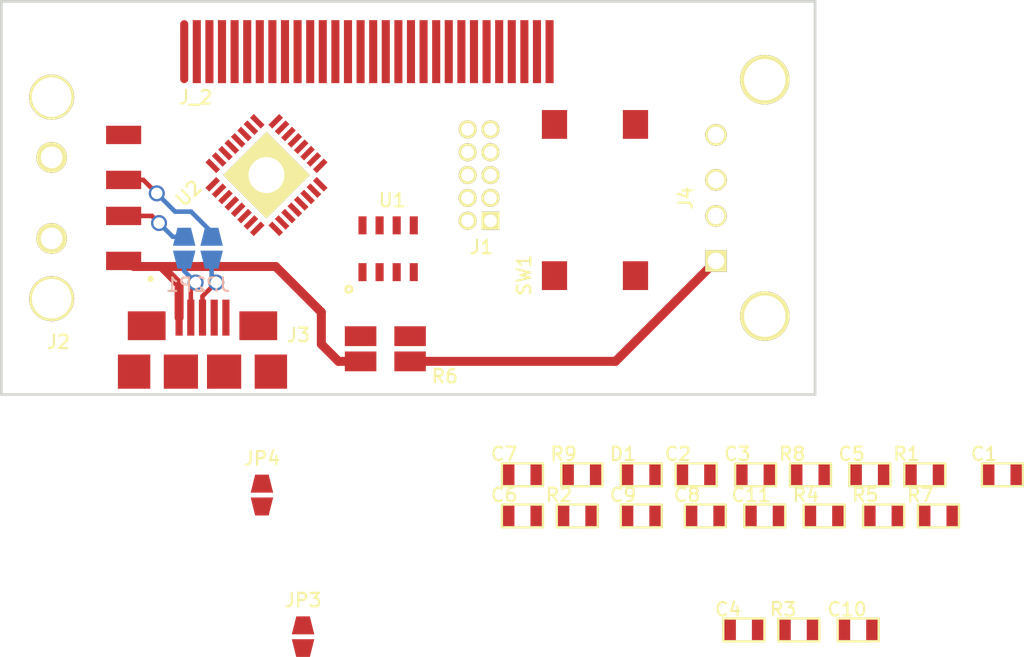
<source format=kicad_pcb>
(kicad_pcb (version 3) (host pcbnew "(2013-07-07 BZR 4022)-stable")

  (general
    (links 109)
    (no_connects 102)
    (area 72.060999 21.006999 117.423001 43.001001)
    (thickness 1.6)
    (drawings 4)
    (tracks 33)
    (zones 0)
    (modules 33)
    (nets 37)
  )

  (page A3)
  (layers
    (15 F.Cu signal)
    (0 B.Cu signal)
    (16 B.Adhes user)
    (17 F.Adhes user)
    (18 B.Paste user)
    (19 F.Paste user)
    (20 B.SilkS user)
    (21 F.SilkS user)
    (22 B.Mask user)
    (23 F.Mask user)
    (24 Dwgs.User user)
    (25 Cmts.User user)
    (26 Eco1.User user)
    (27 Eco2.User user)
    (28 Edge.Cuts user)
  )

  (setup
    (last_trace_width 0.254)
    (user_trace_width 0.5)
    (trace_clearance 0.1524)
    (zone_clearance 0.2)
    (zone_45_only no)
    (trace_min 0.1524)
    (segment_width 0.2)
    (edge_width 0.15)
    (via_size 0.889)
    (via_drill 0.635)
    (via_min_size 0.508)
    (via_min_drill 0.33)
    (user_via 0.508 0.33)
    (uvia_size 0.508)
    (uvia_drill 0.127)
    (uvias_allowed no)
    (uvia_min_size 0.508)
    (uvia_min_drill 0.127)
    (pcb_text_width 0.3)
    (pcb_text_size 1.5 1.5)
    (mod_edge_width 0.15)
    (mod_text_size 1.5 1.5)
    (mod_text_width 0.15)
    (pad_size 1.75 1.1)
    (pad_drill 0)
    (pad_to_mask_clearance 0.2)
    (aux_axis_origin 0 0)
    (visible_elements 7FFFFFBF)
    (pcbplotparams
      (layerselection 284196865)
      (usegerberextensions true)
      (excludeedgelayer true)
      (linewidth 0.150000)
      (plotframeref false)
      (viasonmask false)
      (mode 1)
      (useauxorigin false)
      (hpglpennumber 1)
      (hpglpenspeed 20)
      (hpglpendiameter 15)
      (hpglpenoverlay 2)
      (psnegative false)
      (psa4output false)
      (plotreference true)
      (plotvalue true)
      (plotothertext true)
      (plotinvisibletext false)
      (padsonsilk false)
      (subtractmaskfromsilk false)
      (outputformat 1)
      (mirror false)
      (drillshape 0)
      (scaleselection 1)
      (outputdirectory gerbers/))
  )

  (net 0 "")
  (net 1 +3.3)
  (net 2 +3.3v)
  (net 3 ADC_OUT)
  (net 4 D0/SPI_SCLK/I2C_SCK)
  (net 5 D1/SPI_SDIN/I2C_SDA)
  (net 6 DC/I2X_SA0)
  (net 7 GND)
  (net 8 MON_USB_DM)
  (net 9 MON_USB_DP)
  (net 10 N-0000010)
  (net 11 N-0000011)
  (net 12 N-0000012)
  (net 13 N-0000013)
  (net 14 N-0000014)
  (net 15 N-0000021)
  (net 16 N-0000030)
  (net 17 N-0000038)
  (net 18 N-0000042)
  (net 19 N-0000043)
  (net 20 N-0000046)
  (net 21 N-0000047)
  (net 22 N-0000048)
  (net 23 N-0000049)
  (net 24 N-0000050)
  (net 25 N-000006)
  (net 26 N-000007)
  (net 27 NRESET)
  (net 28 SWCLK)
  (net 29 SWDIO)
  (net 30 TRGT_USB_DM)
  (net 31 TRGT_USB_DP)
  (net 32 USB_DM)
  (net 33 USB_DP)
  (net 34 USB_VBUS)
  (net 35 ~CS)
  (net 36 ~RST)

  (net_class Default "This is the default net class."
    (clearance 0.1524)
    (trace_width 0.254)
    (via_dia 0.889)
    (via_drill 0.635)
    (uvia_dia 0.508)
    (uvia_drill 0.127)
    (add_net "")
    (add_net +3.3)
    (add_net +3.3v)
    (add_net ADC_OUT)
    (add_net D0/SPI_SCLK/I2C_SCK)
    (add_net D1/SPI_SDIN/I2C_SDA)
    (add_net DC/I2X_SA0)
    (add_net GND)
    (add_net MON_USB_DM)
    (add_net MON_USB_DP)
    (add_net N-0000010)
    (add_net N-0000011)
    (add_net N-0000012)
    (add_net N-0000013)
    (add_net N-0000014)
    (add_net N-0000021)
    (add_net N-0000030)
    (add_net N-0000038)
    (add_net N-0000042)
    (add_net N-0000043)
    (add_net N-0000046)
    (add_net N-0000047)
    (add_net N-0000048)
    (add_net N-0000049)
    (add_net N-0000050)
    (add_net N-000006)
    (add_net N-000007)
    (add_net NRESET)
    (add_net SWCLK)
    (add_net SWDIO)
    (add_net TRGT_USB_DM)
    (add_net TRGT_USB_DP)
    (add_net USB_DM)
    (add_net USB_DP)
    (add_net USB_VBUS)
    (add_net ~CS)
    (add_net ~RST)
  )

  (net_class small ""
    (clearance 0.1524)
    (trace_width 0.1524)
    (via_dia 0.508)
    (via_drill 0.33)
    (uvia_dia 0.508)
    (uvia_drill 0.127)
  )

  (module sot23-8 (layer F.Cu) (tedit 52F5A1BB) (tstamp 52AFBA6F)
    (at 92.202 33.528)
    (path /52AFAB94)
    (fp_text reference U1 (at 1.651 -1.397) (layer F.SilkS)
      (effects (font (size 0.75 0.75) (thickness 0.12)))
    )
    (fp_text value AD8293G80 (at 1.778 4.191) (layer F.SilkS) hide
      (effects (font (size 0.75 0.75) (thickness 0.15)))
    )
    (fp_circle (center -0.762 3.556) (end -0.635 3.429) (layer F.SilkS) (width 0.15))
    (pad 1 smd rect (at 0 2.6) (size 0.45 1)
      (layers F.Cu F.Paste F.Mask)
      (net 34 USB_VBUS)
    )
    (pad 2 smd rect (at 0.95 2.6) (size 0.45 1)
      (layers F.Cu F.Paste F.Mask)
      (net 7 GND)
    )
    (pad 3 smd rect (at 1.9 2.6) (size 0.45 1)
      (layers F.Cu F.Paste F.Mask)
      (net 12 N-0000012)
    )
    (pad 4 smd rect (at 2.85 2.6) (size 0.45 1)
      (layers F.Cu F.Paste F.Mask)
      (net 3 ADC_OUT)
    )
    (pad 5 smd rect (at 2.85 0) (size 0.45 1)
      (layers F.Cu F.Paste F.Mask)
      (net 10 N-0000010)
    )
    (pad 6 smd rect (at 1.9 0) (size 0.45 1)
      (layers F.Cu F.Paste F.Mask)
      (net 11 N-0000011)
    )
    (pad 7 smd rect (at 0.95 0) (size 0.45 1)
      (layers F.Cu F.Paste F.Mask)
      (net 2 +3.3v)
    )
    (pad 8 smd rect (at 0 0) (size 0.45 1)
      (layers F.Cu F.Paste F.Mask)
      (net 17 N-0000038)
    )
  )

  (module SM0603 (layer F.Cu) (tedit 52F5A334) (tstamp 52AFBA79)
    (at 116.442 56.006)
    (path /52AFAE3C)
    (attr smd)
    (fp_text reference R3 (at -0.872 -1.142) (layer F.SilkS)
      (effects (font (size 0.75 0.75) (thickness 0.12)))
    )
    (fp_text value 8K (at 0 0) (layer F.SilkS) hide
      (effects (font (size 0.508 0.4572) (thickness 0.1143)))
    )
    (fp_line (start -1.143 -0.635) (end 1.143 -0.635) (layer F.SilkS) (width 0.127))
    (fp_line (start 1.143 -0.635) (end 1.143 0.635) (layer F.SilkS) (width 0.127))
    (fp_line (start 1.143 0.635) (end -1.143 0.635) (layer F.SilkS) (width 0.127))
    (fp_line (start -1.143 0.635) (end -1.143 -0.635) (layer F.SilkS) (width 0.127))
    (pad 1 smd rect (at -0.762 0) (size 0.635 1.143)
      (layers F.Cu F.Paste F.Mask)
      (net 12 N-0000012)
    )
    (pad 2 smd rect (at 0.762 0) (size 0.635 1.143)
      (layers F.Cu F.Paste F.Mask)
      (net 7 GND)
    )
    (model smd\resistors\R0603.wrl
      (at (xyz 0 0 0.001))
      (scale (xyz 0.5 0.5 0.5))
      (rotate (xyz 0 0 0))
    )
  )

  (module SM0603 (layer F.Cu) (tedit 52F5A341) (tstamp 52AFBA83)
    (at 119.744 56.006)
    (path /52B0021F)
    (attr smd)
    (fp_text reference C10 (at -0.618 -1.142) (layer F.SilkS)
      (effects (font (size 0.75 0.75) (thickness 0.12)))
    )
    (fp_text value 0.1uF (at 0 0) (layer F.SilkS) hide
      (effects (font (size 0.508 0.4572) (thickness 0.1143)))
    )
    (fp_line (start -1.143 -0.635) (end 1.143 -0.635) (layer F.SilkS) (width 0.127))
    (fp_line (start 1.143 -0.635) (end 1.143 0.635) (layer F.SilkS) (width 0.127))
    (fp_line (start 1.143 0.635) (end -1.143 0.635) (layer F.SilkS) (width 0.127))
    (fp_line (start -1.143 0.635) (end -1.143 -0.635) (layer F.SilkS) (width 0.127))
    (pad 1 smd rect (at -0.762 0) (size 0.635 1.143)
      (layers F.Cu F.Paste F.Mask)
      (net 34 USB_VBUS)
    )
    (pad 2 smd rect (at 0.762 0) (size 0.635 1.143)
      (layers F.Cu F.Paste F.Mask)
      (net 7 GND)
    )
    (model smd\resistors\R0603.wrl
      (at (xyz 0 0 0.001))
      (scale (xyz 0.5 0.5 0.5))
      (rotate (xyz 0 0 0))
    )
  )

  (module SM0603 (layer F.Cu) (tedit 52F5A242) (tstamp 52AFBA8D)
    (at 101.09 47.388)
    (path /52AFF3F2)
    (attr smd)
    (fp_text reference C7 (at -1.014 -1.16) (layer F.SilkS)
      (effects (font (size 0.75 0.75) (thickness 0.12)))
    )
    (fp_text value 2.2uF (at 0 0) (layer F.SilkS) hide
      (effects (font (size 0.508 0.4572) (thickness 0.1143)))
    )
    (fp_line (start -1.143 -0.635) (end 1.143 -0.635) (layer F.SilkS) (width 0.127))
    (fp_line (start 1.143 -0.635) (end 1.143 0.635) (layer F.SilkS) (width 0.127))
    (fp_line (start 1.143 0.635) (end -1.143 0.635) (layer F.SilkS) (width 0.127))
    (fp_line (start -1.143 0.635) (end -1.143 -0.635) (layer F.SilkS) (width 0.127))
    (pad 1 smd rect (at -0.762 0) (size 0.635 1.143)
      (layers F.Cu F.Paste F.Mask)
      (net 2 +3.3v)
    )
    (pad 2 smd rect (at 0.762 0) (size 0.635 1.143)
      (layers F.Cu F.Paste F.Mask)
      (net 7 GND)
    )
    (model smd\resistors\R0603.wrl
      (at (xyz 0 0 0.001))
      (scale (xyz 0.5 0.5 0.5))
      (rotate (xyz 0 0 0))
    )
  )

  (module SM0603 (layer F.Cu) (tedit 52F5A255) (tstamp 52AFBA97)
    (at 104.392 47.388)
    (path /52AFF3C5)
    (attr smd)
    (fp_text reference R9 (at -1.014 -1.16) (layer F.SilkS)
      (effects (font (size 0.75 0.75) (thickness 0.12)))
    )
    (fp_text value 330R (at 0 0) (layer F.SilkS) hide
      (effects (font (size 0.508 0.4572) (thickness 0.1143)))
    )
    (fp_line (start -1.143 -0.635) (end 1.143 -0.635) (layer F.SilkS) (width 0.127))
    (fp_line (start 1.143 -0.635) (end 1.143 0.635) (layer F.SilkS) (width 0.127))
    (fp_line (start 1.143 0.635) (end -1.143 0.635) (layer F.SilkS) (width 0.127))
    (fp_line (start -1.143 0.635) (end -1.143 -0.635) (layer F.SilkS) (width 0.127))
    (pad 1 smd rect (at -0.762 0) (size 0.635 1.143)
      (layers F.Cu F.Paste F.Mask)
      (net 14 N-0000014)
    )
    (pad 2 smd rect (at 0.762 0) (size 0.635 1.143)
      (layers F.Cu F.Paste F.Mask)
      (net 7 GND)
    )
    (model smd\resistors\R0603.wrl
      (at (xyz 0 0 0.001))
      (scale (xyz 0.5 0.5 0.5))
      (rotate (xyz 0 0 0))
    )
  )

  (module SM0603 (layer F.Cu) (tedit 52F5A26A) (tstamp 52AFBAA1)
    (at 107.694 47.388)
    (path /52AFF3AE)
    (attr smd)
    (fp_text reference D1 (at -1.014 -1.16) (layer F.SilkS)
      (effects (font (size 0.75 0.75) (thickness 0.12)))
    )
    (fp_text value LED (at 0 0) (layer F.SilkS) hide
      (effects (font (size 0.508 0.4572) (thickness 0.1143)))
    )
    (fp_line (start -1.143 -0.635) (end 1.143 -0.635) (layer F.SilkS) (width 0.127))
    (fp_line (start 1.143 -0.635) (end 1.143 0.635) (layer F.SilkS) (width 0.127))
    (fp_line (start 1.143 0.635) (end -1.143 0.635) (layer F.SilkS) (width 0.127))
    (fp_line (start -1.143 0.635) (end -1.143 -0.635) (layer F.SilkS) (width 0.127))
    (pad 1 smd rect (at -0.762 0) (size 0.635 1.143)
      (layers F.Cu F.Paste F.Mask)
      (net 13 N-0000013)
    )
    (pad 2 smd rect (at 0.762 0) (size 0.635 1.143)
      (layers F.Cu F.Paste F.Mask)
      (net 14 N-0000014)
    )
    (model smd\resistors\R0603.wrl
      (at (xyz 0 0 0.001))
      (scale (xyz 0.5 0.5 0.5))
      (rotate (xyz 0 0 0))
    )
  )

  (module SM0603 (layer F.Cu) (tedit 52F5A2DE) (tstamp 52AFBAAB)
    (at 117.092 47.388)
    (path /52AFE720)
    (attr smd)
    (fp_text reference R8 (at -1.014 -1.16) (layer F.SilkS)
      (effects (font (size 0.75 0.75) (thickness 0.12)))
    )
    (fp_text value 10K (at 0 0) (layer F.SilkS) hide
      (effects (font (size 0.508 0.4572) (thickness 0.1143)))
    )
    (fp_line (start -1.143 -0.635) (end 1.143 -0.635) (layer F.SilkS) (width 0.127))
    (fp_line (start 1.143 -0.635) (end 1.143 0.635) (layer F.SilkS) (width 0.127))
    (fp_line (start 1.143 0.635) (end -1.143 0.635) (layer F.SilkS) (width 0.127))
    (fp_line (start -1.143 0.635) (end -1.143 -0.635) (layer F.SilkS) (width 0.127))
    (pad 1 smd rect (at -0.762 0) (size 0.635 1.143)
      (layers F.Cu F.Paste F.Mask)
      (net 7 GND)
    )
    (pad 2 smd rect (at 0.762 0) (size 0.635 1.143)
      (layers F.Cu F.Paste F.Mask)
      (net 16 N-0000030)
    )
    (model smd\resistors\R0603.wrl
      (at (xyz 0 0 0.001))
      (scale (xyz 0.5 0.5 0.5))
      (rotate (xyz 0 0 0))
    )
  )

  (module SM0603 (layer F.Cu) (tedit 52F5A301) (tstamp 52AFBAB5)
    (at 124.204 49.674)
    (path /52AFE705)
    (attr smd)
    (fp_text reference R7 (at -1.014 -1.16) (layer F.SilkS)
      (effects (font (size 0.75 0.75) (thickness 0.12)))
    )
    (fp_text value 10K (at 0 0) (layer F.SilkS) hide
      (effects (font (size 0.508 0.4572) (thickness 0.1143)))
    )
    (fp_line (start -1.143 -0.635) (end 1.143 -0.635) (layer F.SilkS) (width 0.127))
    (fp_line (start 1.143 -0.635) (end 1.143 0.635) (layer F.SilkS) (width 0.127))
    (fp_line (start 1.143 0.635) (end -1.143 0.635) (layer F.SilkS) (width 0.127))
    (fp_line (start -1.143 0.635) (end -1.143 -0.635) (layer F.SilkS) (width 0.127))
    (pad 1 smd rect (at -0.762 0) (size 0.635 1.143)
      (layers F.Cu F.Paste F.Mask)
      (net 34 USB_VBUS)
    )
    (pad 2 smd rect (at 0.762 0) (size 0.635 1.143)
      (layers F.Cu F.Paste F.Mask)
      (net 16 N-0000030)
    )
    (model smd\resistors\R0603.wrl
      (at (xyz 0 0 0.001))
      (scale (xyz 0.5 0.5 0.5))
      (rotate (xyz 0 0 0))
    )
  )

  (module SM0603 (layer F.Cu) (tedit 52F5A31B) (tstamp 52AFBABF)
    (at 121.156 49.674)
    (path /52AFD024)
    (attr smd)
    (fp_text reference R5 (at -1.014 -1.16) (layer F.SilkS)
      (effects (font (size 0.75 0.75) (thickness 0.12)))
    )
    (fp_text value 33R (at 0 0) (layer F.SilkS) hide
      (effects (font (size 0.508 0.4572) (thickness 0.1143)))
    )
    (fp_line (start -1.143 -0.635) (end 1.143 -0.635) (layer F.SilkS) (width 0.127))
    (fp_line (start 1.143 -0.635) (end 1.143 0.635) (layer F.SilkS) (width 0.127))
    (fp_line (start 1.143 0.635) (end -1.143 0.635) (layer F.SilkS) (width 0.127))
    (fp_line (start -1.143 0.635) (end -1.143 -0.635) (layer F.SilkS) (width 0.127))
    (pad 1 smd rect (at -0.762 0) (size 0.635 1.143)
      (layers F.Cu F.Paste F.Mask)
      (net 8 MON_USB_DM)
    )
    (pad 2 smd rect (at 0.762 0) (size 0.635 1.143)
      (layers F.Cu F.Paste F.Mask)
      (net 26 N-000007)
    )
    (model smd\resistors\R0603.wrl
      (at (xyz 0 0 0.001))
      (scale (xyz 0.5 0.5 0.5))
      (rotate (xyz 0 0 0))
    )
  )

  (module SM0603 (layer F.Cu) (tedit 52F5A2E6) (tstamp 52AFBAC9)
    (at 117.854 49.674)
    (path /52AFD017)
    (attr smd)
    (fp_text reference R4 (at -1.014 -1.16) (layer F.SilkS)
      (effects (font (size 0.75 0.75) (thickness 0.12)))
    )
    (fp_text value 33R (at 0 0) (layer F.SilkS) hide
      (effects (font (size 0.508 0.4572) (thickness 0.1143)))
    )
    (fp_line (start -1.143 -0.635) (end 1.143 -0.635) (layer F.SilkS) (width 0.127))
    (fp_line (start 1.143 -0.635) (end 1.143 0.635) (layer F.SilkS) (width 0.127))
    (fp_line (start 1.143 0.635) (end -1.143 0.635) (layer F.SilkS) (width 0.127))
    (fp_line (start -1.143 0.635) (end -1.143 -0.635) (layer F.SilkS) (width 0.127))
    (pad 1 smd rect (at -0.762 0) (size 0.635 1.143)
      (layers F.Cu F.Paste F.Mask)
      (net 9 MON_USB_DP)
    )
    (pad 2 smd rect (at 0.762 0) (size 0.635 1.143)
      (layers F.Cu F.Paste F.Mask)
      (net 25 N-000006)
    )
    (model smd\resistors\R0603.wrl
      (at (xyz 0 0 0.001))
      (scale (xyz 0.5 0.5 0.5))
      (rotate (xyz 0 0 0))
    )
  )

  (module SM0603 (layer F.Cu) (tedit 52F5A2D6) (tstamp 52AFBAD3)
    (at 114.552 49.674)
    (path /52AFC29E)
    (attr smd)
    (fp_text reference C11 (at -0.76 -1.16) (layer F.SilkS)
      (effects (font (size 0.75 0.75) (thickness 0.12)))
    )
    (fp_text value 0.1uF (at 0 0) (layer F.SilkS) hide
      (effects (font (size 0.508 0.4572) (thickness 0.1143)))
    )
    (fp_line (start -1.143 -0.635) (end 1.143 -0.635) (layer F.SilkS) (width 0.127))
    (fp_line (start 1.143 -0.635) (end 1.143 0.635) (layer F.SilkS) (width 0.127))
    (fp_line (start 1.143 0.635) (end -1.143 0.635) (layer F.SilkS) (width 0.127))
    (fp_line (start -1.143 0.635) (end -1.143 -0.635) (layer F.SilkS) (width 0.127))
    (pad 1 smd rect (at -0.762 0) (size 0.635 1.143)
      (layers F.Cu F.Paste F.Mask)
      (net 27 NRESET)
    )
    (pad 2 smd rect (at 0.762 0) (size 0.635 1.143)
      (layers F.Cu F.Paste F.Mask)
      (net 7 GND)
    )
    (model smd\resistors\R0603.wrl
      (at (xyz 0 0 0.001))
      (scale (xyz 0.5 0.5 0.5))
      (rotate (xyz 0 0 0))
    )
  )

  (module SM0603 (layer F.Cu) (tedit 52F5A282) (tstamp 52AFBADD)
    (at 111.25 49.674)
    (path /52AFB50D)
    (attr smd)
    (fp_text reference C8 (at -1.014 -1.16) (layer F.SilkS)
      (effects (font (size 0.75 0.75) (thickness 0.12)))
    )
    (fp_text value 39nF (at 0 0) (layer F.SilkS) hide
      (effects (font (size 0.508 0.4572) (thickness 0.1143)))
    )
    (fp_line (start -1.143 -0.635) (end 1.143 -0.635) (layer F.SilkS) (width 0.127))
    (fp_line (start 1.143 -0.635) (end 1.143 0.635) (layer F.SilkS) (width 0.127))
    (fp_line (start 1.143 0.635) (end -1.143 0.635) (layer F.SilkS) (width 0.127))
    (fp_line (start -1.143 0.635) (end -1.143 -0.635) (layer F.SilkS) (width 0.127))
    (pad 1 smd rect (at -0.762 0) (size 0.635 1.143)
      (layers F.Cu F.Paste F.Mask)
      (net 7 GND)
    )
    (pad 2 smd rect (at 0.762 0) (size 0.635 1.143)
      (layers F.Cu F.Paste F.Mask)
      (net 3 ADC_OUT)
    )
    (model smd\resistors\R0603.wrl
      (at (xyz 0 0 0.001))
      (scale (xyz 0.5 0.5 0.5))
      (rotate (xyz 0 0 0))
    )
  )

  (module SM0603 (layer F.Cu) (tedit 52F5A272) (tstamp 52AFBAE7)
    (at 107.694 49.674)
    (path /52AFB287)
    (attr smd)
    (fp_text reference C9 (at -1.014 -1.16) (layer F.SilkS)
      (effects (font (size 0.75 0.75) (thickness 0.12)))
    )
    (fp_text value 1300pF (at 0 0) (layer F.SilkS) hide
      (effects (font (size 0.508 0.4572) (thickness 0.1143)))
    )
    (fp_line (start -1.143 -0.635) (end 1.143 -0.635) (layer F.SilkS) (width 0.127))
    (fp_line (start 1.143 -0.635) (end 1.143 0.635) (layer F.SilkS) (width 0.127))
    (fp_line (start 1.143 0.635) (end -1.143 0.635) (layer F.SilkS) (width 0.127))
    (fp_line (start -1.143 0.635) (end -1.143 -0.635) (layer F.SilkS) (width 0.127))
    (pad 1 smd rect (at -0.762 0) (size 0.635 1.143)
      (layers F.Cu F.Paste F.Mask)
      (net 11 N-0000011)
    )
    (pad 2 smd rect (at 0.762 0) (size 0.635 1.143)
      (layers F.Cu F.Paste F.Mask)
      (net 10 N-0000010)
    )
    (model smd\resistors\R0603.wrl
      (at (xyz 0 0 0.001))
      (scale (xyz 0.5 0.5 0.5))
      (rotate (xyz 0 0 0))
    )
  )

  (module SM0603 (layer F.Cu) (tedit 52F5A25E) (tstamp 52AFBAF1)
    (at 104.138 49.674)
    (path /52AFAE27)
    (attr smd)
    (fp_text reference R2 (at -1.014 -1.16) (layer F.SilkS)
      (effects (font (size 0.75 0.75) (thickness 0.12)))
    )
    (fp_text value 25K (at 0 0) (layer F.SilkS) hide
      (effects (font (size 0.508 0.4572) (thickness 0.1143)))
    )
    (fp_line (start -1.143 -0.635) (end 1.143 -0.635) (layer F.SilkS) (width 0.127))
    (fp_line (start 1.143 -0.635) (end 1.143 0.635) (layer F.SilkS) (width 0.127))
    (fp_line (start 1.143 0.635) (end -1.143 0.635) (layer F.SilkS) (width 0.127))
    (fp_line (start -1.143 0.635) (end -1.143 -0.635) (layer F.SilkS) (width 0.127))
    (pad 1 smd rect (at -0.762 0) (size 0.635 1.143)
      (layers F.Cu F.Paste F.Mask)
      (net 12 N-0000012)
    )
    (pad 2 smd rect (at 0.762 0) (size 0.635 1.143)
      (layers F.Cu F.Paste F.Mask)
      (net 2 +3.3v)
    )
    (model smd\resistors\R0603.wrl
      (at (xyz 0 0 0.001))
      (scale (xyz 0.5 0.5 0.5))
      (rotate (xyz 0 0 0))
    )
  )

  (module SM0603 (layer F.Cu) (tedit 52F5A24D) (tstamp 52AFBAFB)
    (at 101.09 49.674)
    (path /527EE7C9)
    (attr smd)
    (fp_text reference C6 (at -1.014 -1.16) (layer F.SilkS)
      (effects (font (size 0.75 0.75) (thickness 0.12)))
    )
    (fp_text value 10uF (at 0 0) (layer F.SilkS) hide
      (effects (font (size 0.508 0.4572) (thickness 0.1143)))
    )
    (fp_line (start -1.143 -0.635) (end 1.143 -0.635) (layer F.SilkS) (width 0.127))
    (fp_line (start 1.143 -0.635) (end 1.143 0.635) (layer F.SilkS) (width 0.127))
    (fp_line (start 1.143 0.635) (end -1.143 0.635) (layer F.SilkS) (width 0.127))
    (fp_line (start -1.143 0.635) (end -1.143 -0.635) (layer F.SilkS) (width 0.127))
    (pad 1 smd rect (at -0.762 0) (size 0.635 1.143)
      (layers F.Cu F.Paste F.Mask)
      (net 7 GND)
    )
    (pad 2 smd rect (at 0.762 0) (size 0.635 1.143)
      (layers F.Cu F.Paste F.Mask)
      (net 20 N-0000046)
    )
    (model smd\resistors\R0603.wrl
      (at (xyz 0 0 0.001))
      (scale (xyz 0.5 0.5 0.5))
      (rotate (xyz 0 0 0))
    )
  )

  (module SM0603 (layer F.Cu) (tedit 52F5A2F9) (tstamp 52AFBB05)
    (at 127.76 47.388)
    (path /527EE765)
    (attr smd)
    (fp_text reference C1 (at -1.014 -1.16) (layer F.SilkS)
      (effects (font (size 0.75 0.75) (thickness 0.12)))
    )
    (fp_text value 2.2uF/16V (at 0 0) (layer F.SilkS) hide
      (effects (font (size 0.508 0.4572) (thickness 0.1143)))
    )
    (fp_line (start -1.143 -0.635) (end 1.143 -0.635) (layer F.SilkS) (width 0.127))
    (fp_line (start 1.143 -0.635) (end 1.143 0.635) (layer F.SilkS) (width 0.127))
    (fp_line (start 1.143 0.635) (end -1.143 0.635) (layer F.SilkS) (width 0.127))
    (fp_line (start -1.143 0.635) (end -1.143 -0.635) (layer F.SilkS) (width 0.127))
    (pad 1 smd rect (at -0.762 0) (size 0.635 1.143)
      (layers F.Cu F.Paste F.Mask)
      (net 7 GND)
    )
    (pad 2 smd rect (at 0.762 0) (size 0.635 1.143)
      (layers F.Cu F.Paste F.Mask)
      (net 21 N-0000047)
    )
    (model smd\resistors\R0603.wrl
      (at (xyz 0 0 0.001))
      (scale (xyz 0.5 0.5 0.5))
      (rotate (xyz 0 0 0))
    )
  )

  (module SM0603 (layer F.Cu) (tedit 52F5A30D) (tstamp 52AFBB0F)
    (at 123.442 47.388)
    (path /527EE733)
    (attr smd)
    (fp_text reference R1 (at -1.014 -1.16) (layer F.SilkS)
      (effects (font (size 0.75 0.75) (thickness 0.12)))
    )
    (fp_text value 390K (at 0 0) (layer F.SilkS) hide
      (effects (font (size 0.508 0.4572) (thickness 0.1143)))
    )
    (fp_line (start -1.143 -0.635) (end 1.143 -0.635) (layer F.SilkS) (width 0.127))
    (fp_line (start 1.143 -0.635) (end 1.143 0.635) (layer F.SilkS) (width 0.127))
    (fp_line (start 1.143 0.635) (end -1.143 0.635) (layer F.SilkS) (width 0.127))
    (fp_line (start -1.143 0.635) (end -1.143 -0.635) (layer F.SilkS) (width 0.127))
    (pad 1 smd rect (at -0.762 0) (size 0.635 1.143)
      (layers F.Cu F.Paste F.Mask)
      (net 7 GND)
    )
    (pad 2 smd rect (at 0.762 0) (size 0.635 1.143)
      (layers F.Cu F.Paste F.Mask)
      (net 22 N-0000048)
    )
    (model smd\resistors\R0603.wrl
      (at (xyz 0 0 0.001))
      (scale (xyz 0.5 0.5 0.5))
      (rotate (xyz 0 0 0))
    )
  )

  (module SM0603 (layer F.Cu) (tedit 52F5A2EE) (tstamp 52AFBB19)
    (at 120.394 47.388)
    (path /527EE3D0)
    (attr smd)
    (fp_text reference C5 (at -1.014 -1.16) (layer F.SilkS)
      (effects (font (size 0.75 0.75) (thickness 0.12)))
    )
    (fp_text value 1uF (at 0 0) (layer F.SilkS) hide
      (effects (font (size 0.508 0.4572) (thickness 0.1143)))
    )
    (fp_line (start -1.143 -0.635) (end 1.143 -0.635) (layer F.SilkS) (width 0.127))
    (fp_line (start 1.143 -0.635) (end 1.143 0.635) (layer F.SilkS) (width 0.127))
    (fp_line (start 1.143 0.635) (end -1.143 0.635) (layer F.SilkS) (width 0.127))
    (fp_line (start -1.143 0.635) (end -1.143 -0.635) (layer F.SilkS) (width 0.127))
    (pad 1 smd rect (at -0.762 0) (size 0.635 1.143)
      (layers F.Cu F.Paste F.Mask)
      (net 7 GND)
    )
    (pad 2 smd rect (at 0.762 0) (size 0.635 1.143)
      (layers F.Cu F.Paste F.Mask)
      (net 1 +3.3)
    )
    (model smd\resistors\R0603.wrl
      (at (xyz 0 0 0.001))
      (scale (xyz 0.5 0.5 0.5))
      (rotate (xyz 0 0 0))
    )
  )

  (module SM0603 (layer F.Cu) (tedit 52F5A33C) (tstamp 52AFBB23)
    (at 113.394 56.006)
    (path /527EE3C0)
    (attr smd)
    (fp_text reference C4 (at -0.872 -1.142) (layer F.SilkS)
      (effects (font (size 0.75 0.75) (thickness 0.12)))
    )
    (fp_text value 1uF (at 0 0) (layer F.SilkS) hide
      (effects (font (size 0.508 0.4572) (thickness 0.1143)))
    )
    (fp_line (start -1.143 -0.635) (end 1.143 -0.635) (layer F.SilkS) (width 0.127))
    (fp_line (start 1.143 -0.635) (end 1.143 0.635) (layer F.SilkS) (width 0.127))
    (fp_line (start 1.143 0.635) (end -1.143 0.635) (layer F.SilkS) (width 0.127))
    (fp_line (start -1.143 0.635) (end -1.143 -0.635) (layer F.SilkS) (width 0.127))
    (pad 1 smd rect (at -0.762 0) (size 0.635 1.143)
      (layers F.Cu F.Paste F.Mask)
      (net 7 GND)
    )
    (pad 2 smd rect (at 0.762 0) (size 0.635 1.143)
      (layers F.Cu F.Paste F.Mask)
      (net 1 +3.3)
    )
    (model smd\resistors\R0603.wrl
      (at (xyz 0 0 0.001))
      (scale (xyz 0.5 0.5 0.5))
      (rotate (xyz 0 0 0))
    )
  )

  (module SM0603 (layer F.Cu) (tedit 52F5A290) (tstamp 52AFBB2D)
    (at 114.044 47.388)
    (path /527EE30C)
    (attr smd)
    (fp_text reference C3 (at -1.014 -1.16) (layer F.SilkS)
      (effects (font (size 0.75 0.75) (thickness 0.12)))
    )
    (fp_text value 1uF (at 0 0) (layer F.SilkS) hide
      (effects (font (size 0.508 0.4572) (thickness 0.1143)))
    )
    (fp_line (start -1.143 -0.635) (end 1.143 -0.635) (layer F.SilkS) (width 0.127))
    (fp_line (start 1.143 -0.635) (end 1.143 0.635) (layer F.SilkS) (width 0.127))
    (fp_line (start 1.143 0.635) (end -1.143 0.635) (layer F.SilkS) (width 0.127))
    (fp_line (start -1.143 0.635) (end -1.143 -0.635) (layer F.SilkS) (width 0.127))
    (pad 1 smd rect (at -0.762 0) (size 0.635 1.143)
      (layers F.Cu F.Paste F.Mask)
      (net 18 N-0000042)
    )
    (pad 2 smd rect (at 0.762 0) (size 0.635 1.143)
      (layers F.Cu F.Paste F.Mask)
      (net 23 N-0000049)
    )
    (model smd\resistors\R0603.wrl
      (at (xyz 0 0 0.001))
      (scale (xyz 0.5 0.5 0.5))
      (rotate (xyz 0 0 0))
    )
  )

  (module SM0603 (layer F.Cu) (tedit 52F5A279) (tstamp 52AFBB37)
    (at 110.742 47.388)
    (path /527EE2F8)
    (attr smd)
    (fp_text reference C2 (at -1.014 -1.16) (layer F.SilkS)
      (effects (font (size 0.75 0.75) (thickness 0.12)))
    )
    (fp_text value 1uF (at 0 0) (layer F.SilkS) hide
      (effects (font (size 0.508 0.4572) (thickness 0.1143)))
    )
    (fp_line (start -1.143 -0.635) (end 1.143 -0.635) (layer F.SilkS) (width 0.127))
    (fp_line (start 1.143 -0.635) (end 1.143 0.635) (layer F.SilkS) (width 0.127))
    (fp_line (start 1.143 0.635) (end -1.143 0.635) (layer F.SilkS) (width 0.127))
    (fp_line (start -1.143 0.635) (end -1.143 -0.635) (layer F.SilkS) (width 0.127))
    (pad 1 smd rect (at -0.762 0) (size 0.635 1.143)
      (layers F.Cu F.Paste F.Mask)
      (net 19 N-0000043)
    )
    (pad 2 smd rect (at 0.762 0) (size 0.635 1.143)
      (layers F.Cu F.Paste F.Mask)
      (net 24 N-0000050)
    )
    (model smd\resistors\R0603.wrl
      (at (xyz 0 0 0.001))
      (scale (xyz 0.5 0.5 0.5))
      (rotate (xyz 0 0 0))
    )
  )

  (module oled_fpc_30 (layer F.Cu) (tedit 52F63D40) (tstamp 52AFBB59)
    (at 82.296 23.876)
    (path /527E7D7F)
    (fp_text reference J_2 (at 0.635 2.54) (layer F.SilkS)
      (effects (font (size 0.75 0.75) (thickness 0.12)))
    )
    (fp_text value OLED_FPC_CONN (at 0 -3) (layer F.SilkS) hide
      (effects (font (size 0.75 0.75) (thickness 0.13)))
    )
    (pad 1 smd oval (at 0 0) (size 0.45 3.5)
      (layers F.Cu F.Paste F.Mask)
      (net 7 GND)
    )
    (pad 2 smd rect (at 0.7 0) (size 0.45 3.5)
      (layers F.Cu F.Paste F.Mask)
      (net 24 N-0000050)
    )
    (pad 3 smd rect (at 1.4 0) (size 0.45 3.5)
      (layers F.Cu F.Paste F.Mask)
      (net 19 N-0000043)
    )
    (pad 4 smd rect (at 2.1 0) (size 0.45 3.5)
      (layers F.Cu F.Paste F.Mask)
      (net 23 N-0000049)
    )
    (pad 5 smd rect (at 2.8 0) (size 0.45 3.5)
      (layers F.Cu F.Paste F.Mask)
      (net 18 N-0000042)
    )
    (pad 6 smd rect (at 3.5 0) (size 0.45 3.5)
      (layers F.Cu F.Paste F.Mask)
      (net 1 +3.3)
    )
    (pad 7 smd rect (at 4.2 0) (size 0.45 3.5)
      (layers F.Cu F.Paste F.Mask)
    )
    (pad 8 smd rect (at 4.9 0) (size 0.45 3.5)
      (layers F.Cu F.Paste F.Mask)
      (net 7 GND)
    )
    (pad 9 smd rect (at 5.6 0) (size 0.45 3.5)
      (layers F.Cu F.Paste F.Mask)
      (net 1 +3.3)
    )
    (pad 10 smd rect (at 6.3 0) (size 0.45 3.5)
      (layers F.Cu F.Paste F.Mask)
      (net 7 GND)
    )
    (pad 11 smd rect (at 7 0) (size 0.45 3.5)
      (layers F.Cu F.Paste F.Mask)
      (net 7 GND)
    )
    (pad 12 smd rect (at 7.7 0) (size 0.45 3.5)
      (layers F.Cu F.Paste F.Mask)
      (net 7 GND)
    )
    (pad 13 smd rect (at 8.4 0) (size 0.45 3.5)
      (layers F.Cu F.Paste F.Mask)
      (net 35 ~CS)
    )
    (pad 14 smd rect (at 9.1 0) (size 0.45 3.5)
      (layers F.Cu F.Paste F.Mask)
      (net 36 ~RST)
    )
    (pad 15 smd rect (at 9.8 0) (size 0.45 3.5)
      (layers F.Cu F.Paste F.Mask)
      (net 6 DC/I2X_SA0)
    )
    (pad 16 smd rect (at 10.5 0) (size 0.45 3.5)
      (layers F.Cu F.Paste F.Mask)
      (net 7 GND)
    )
    (pad 17 smd rect (at 11.2 0) (size 0.45 3.5)
      (layers F.Cu F.Paste F.Mask)
      (net 7 GND)
    )
    (pad 18 smd rect (at 11.9 0) (size 0.45 3.5)
      (layers F.Cu F.Paste F.Mask)
      (net 4 D0/SPI_SCLK/I2C_SCK)
    )
    (pad 19 smd rect (at 12.6 0) (size 0.45 3.5)
      (layers F.Cu F.Paste F.Mask)
      (net 5 D1/SPI_SDIN/I2C_SDA)
    )
    (pad 20 smd rect (at 13.3 0) (size 0.45 3.5)
      (layers F.Cu F.Paste F.Mask)
      (net 7 GND)
    )
    (pad 21 smd rect (at 14 0) (size 0.45 3.5)
      (layers F.Cu F.Paste F.Mask)
      (net 7 GND)
    )
    (pad 22 smd rect (at 14.7 0) (size 0.45 3.5)
      (layers F.Cu F.Paste F.Mask)
      (net 7 GND)
    )
    (pad 23 smd rect (at 15.4 0) (size 0.45 3.5)
      (layers F.Cu F.Paste F.Mask)
      (net 7 GND)
    )
    (pad 24 smd rect (at 16.1 0) (size 0.45 3.5)
      (layers F.Cu F.Paste F.Mask)
      (net 7 GND)
    )
    (pad 25 smd rect (at 16.8 0) (size 0.45 3.5)
      (layers F.Cu F.Paste F.Mask)
      (net 7 GND)
    )
    (pad 26 smd rect (at 17.5 0) (size 0.45 3.5)
      (layers F.Cu F.Paste F.Mask)
      (net 22 N-0000048)
    )
    (pad 27 smd rect (at 18.2 0) (size 0.45 3.5)
      (layers F.Cu F.Paste F.Mask)
      (net 21 N-0000047)
    )
    (pad 28 smd rect (at 18.9 0) (size 0.45 3.5)
      (layers F.Cu F.Paste F.Mask)
      (net 20 N-0000046)
    )
    (pad 29 smd rect (at 19.6 0) (size 0.45 3.5)
      (layers F.Cu F.Paste F.Mask)
      (net 7 GND)
    )
    (pad 30 smd rect (at 20.3 0) (size 0.45 3.5)
      (layers F.Cu F.Paste F.Mask)
      (net 7 GND)
    )
  )

  (module MKL24Z64VFM4 (layer F.Cu) (tedit 52F63D4D) (tstamp 52F5A664)
    (at 86.868 30.734 45)
    (path /52AFA797)
    (fp_text reference U2 (at -3.771708 -2.334867 45) (layer F.SilkS)
      (effects (font (size 0.75 0.75) (thickness 0.12)))
    )
    (fp_text value MKL24Z64VFM4 (at 0 5 45) (layer F.SilkS) hide
      (effects (font (size 1 1) (thickness 0.15)))
    )
    (pad 1 smd rect (at -2.475 -1.75 45) (size 0.85 0.3)
      (layers F.Cu F.Paste F.Mask)
    )
    (pad 2 smd rect (at -2.475 -1.25 45) (size 0.85 0.3)
      (layers F.Cu F.Paste F.Mask)
      (net 7 GND)
    )
    (pad 3 smd rect (at -2.475 -0.75 45) (size 0.85 0.3)
      (layers F.Cu F.Paste F.Mask)
      (net 25 N-000006)
    )
    (pad 4 smd rect (at -2.475 -0.25 45) (size 0.85 0.3)
      (layers F.Cu F.Paste F.Mask)
      (net 26 N-000007)
    )
    (pad 5 smd rect (at -2.475 0.25 45) (size 0.85 0.3)
      (layers F.Cu F.Paste F.Mask)
      (net 2 +3.3v)
    )
    (pad 6 smd rect (at -2.475 0.75 45) (size 0.85 0.3)
      (layers F.Cu F.Paste F.Mask)
      (net 34 USB_VBUS)
    )
    (pad 7 smd rect (at -2.475 1.25 45) (size 0.85 0.3)
      (layers F.Cu F.Paste F.Mask)
      (net 2 +3.3v)
    )
    (pad 8 smd rect (at -2.475 1.75 45) (size 0.85 0.3)
      (layers F.Cu F.Paste F.Mask)
      (net 7 GND)
    )
    (pad 17 smd rect (at 2.475 1.75 45) (size 0.85 0.3)
      (layers F.Cu F.Paste F.Mask)
    )
    (pad 18 smd rect (at 2.475 1.25 45) (size 0.85 0.3)
      (layers F.Cu F.Paste F.Mask)
    )
    (pad 19 smd rect (at 2.475 0.75 45) (size 0.85 0.3)
      (layers F.Cu F.Paste F.Mask)
      (net 27 NRESET)
    )
    (pad 20 smd rect (at 2.475 0.25 45) (size 0.85 0.3)
      (layers F.Cu F.Paste F.Mask)
    )
    (pad 21 smd rect (at 2.475 -0.25 45) (size 0.85 0.3)
      (layers F.Cu F.Paste F.Mask)
    )
    (pad 22 smd rect (at 2.475 -0.75 45) (size 0.85 0.3)
      (layers F.Cu F.Paste F.Mask)
    )
    (pad 23 smd rect (at 2.475 -1.25 45) (size 0.85 0.3)
      (layers F.Cu F.Paste F.Mask)
      (net 35 ~CS)
    )
    (pad 24 smd rect (at 2.475 -1.75 45) (size 0.85 0.3)
      (layers F.Cu F.Paste F.Mask)
      (net 36 ~RST)
    )
    (pad 9 smd rect (at -1.75 2.475 45) (size 0.3 0.85)
      (layers F.Cu F.Paste F.Mask)
      (net 16 N-0000030)
    )
    (pad 10 smd rect (at -1.25 2.475 45) (size 0.3 0.85)
      (layers F.Cu F.Paste F.Mask)
      (net 28 SWCLK)
    )
    (pad 11 smd rect (at -0.75 2.475 45) (size 0.3 0.85)
      (layers F.Cu F.Paste F.Mask)
      (net 13 N-0000013)
    )
    (pad 12 smd rect (at -0.25 2.475 45) (size 0.3 0.85)
      (layers F.Cu F.Paste F.Mask)
    )
    (pad 13 smd rect (at 0.25 2.475 45) (size 0.3 0.85)
      (layers F.Cu F.Paste F.Mask)
      (net 29 SWDIO)
    )
    (pad 14 smd rect (at 0.75 2.475 45) (size 0.3 0.85)
      (layers F.Cu F.Paste F.Mask)
    )
    (pad 15 smd rect (at 1.25 2.475 45) (size 0.3 0.85)
      (layers F.Cu F.Paste F.Mask)
      (net 2 +3.3v)
    )
    (pad 16 smd rect (at 1.75 2.475 45) (size 0.3 0.85)
      (layers F.Cu F.Paste F.Mask)
      (net 7 GND)
    )
    (pad 25 smd rect (at 1.75 -2.475 45) (size 0.3 0.85)
      (layers F.Cu F.Paste F.Mask)
      (net 6 DC/I2X_SA0)
    )
    (pad 26 smd rect (at 1.25 -2.475 45) (size 0.3 0.85)
      (layers F.Cu F.Paste F.Mask)
      (net 4 D0/SPI_SCLK/I2C_SCK)
    )
    (pad 27 smd rect (at 0.75 -2.475 45) (size 0.3 0.85)
      (layers F.Cu F.Paste F.Mask)
      (net 5 D1/SPI_SDIN/I2C_SDA)
    )
    (pad 28 smd rect (at 0.25 -2.475 45) (size 0.3 0.85)
      (layers F.Cu F.Paste F.Mask)
    )
    (pad 29 smd rect (at -0.25 -2.475 45) (size 0.3 0.85)
      (layers F.Cu F.Paste F.Mask)
      (net 15 N-0000021)
    )
    (pad 30 smd rect (at -0.75 -2.475 45) (size 0.3 0.85)
      (layers F.Cu F.Paste F.Mask)
    )
    (pad 31 smd rect (at -1.25 -2.475 45) (size 0.3 0.85)
      (layers F.Cu F.Paste F.Mask)
      (net 3 ADC_OUT)
    )
    (pad 32 smd rect (at -1.75 -2.475 45) (size 0.3 0.85)
      (layers F.Cu F.Paste F.Mask)
    )
    (pad "" thru_hole rect (at 0 0 45) (size 3.4 3.4) (drill 2)
      (layers *.Cu *.Mask F.SilkS)
    )
  )

  (module jmp_small (layer B.Cu) (tedit 52F5A18D) (tstamp 52AFBB9E)
    (at 82.296 34.798)
    (path /52AFCD33)
    (fp_text reference JP1 (at 0 2.032) (layer B.SilkS)
      (effects (font (size 0.75 0.75) (thickness 0.12)) (justify mirror))
    )
    (fp_text value JUMPER (at 0 -1.9) (layer B.SilkS) hide
      (effects (font (size 1 1) (thickness 0.15)) (justify mirror))
    )
    (pad 1 smd trapezoid (at 0 0.635) (size 1 1) (rect_delta 0 -0.25 )
      (layers B.Cu B.Paste B.Mask)
      (net 9 MON_USB_DP)
    )
    (pad 2 smd trapezoid (at 0 -0.635) (size 1 1) (rect_delta 0 0.25 )
      (layers B.Cu B.Paste B.Mask)
      (net 33 USB_DP)
    )
  )

  (module jmp_small (layer B.Cu) (tedit 52F5A180) (tstamp 52AFBBA4)
    (at 83.82 34.798)
    (path /52AFCD4C)
    (fp_text reference JP2 (at 0 2.032) (layer B.SilkS)
      (effects (font (size 0.75 0.75) (thickness 0.12)) (justify mirror))
    )
    (fp_text value JUMPER (at 0 -1.9) (layer B.SilkS) hide
      (effects (font (size 1 1) (thickness 0.15)) (justify mirror))
    )
    (pad 1 smd trapezoid (at 0 0.635) (size 1 1) (rect_delta 0 -0.25 )
      (layers B.Cu B.Paste B.Mask)
      (net 8 MON_USB_DM)
    )
    (pad 2 smd trapezoid (at 0 -0.635) (size 1 1) (rect_delta 0 0.25 )
      (layers B.Cu B.Paste B.Mask)
      (net 32 USB_DM)
    )
  )

  (module ARM_10_PIN (layer F.Cu) (tedit 52F5A176) (tstamp 52AFBBB2)
    (at 99.314 30.734 180)
    (path /52AFEA5F)
    (fp_text reference J1 (at 0.5 -4 180) (layer F.SilkS)
      (effects (font (size 0.75 0.75) (thickness 0.12)))
    )
    (fp_text value ARM_10PIN (at 1 4 180) (layer F.SilkS) hide
      (effects (font (size 1 1) (thickness 0.15)))
    )
    (pad 1 thru_hole rect (at 0 -2.54 180) (size 1 1) (drill 0.70104)
      (layers *.Cu *.Mask F.SilkS)
      (net 2 +3.3v)
    )
    (pad 2 thru_hole circle (at 1.27 -2.54 180) (size 1 1) (drill 0.70104)
      (layers *.Cu *.Mask F.SilkS)
      (net 29 SWDIO)
    )
    (pad 3 thru_hole circle (at 0 -1.27 180) (size 1 1) (drill 0.70104)
      (layers *.Cu *.Mask F.SilkS)
      (net 7 GND)
    )
    (pad 4 thru_hole circle (at 1.27 -1.27 180) (size 1 1) (drill 0.70104)
      (layers *.Cu *.Mask F.SilkS)
      (net 28 SWCLK)
    )
    (pad 5 thru_hole circle (at 0 0 180) (size 1 1) (drill 0.70104)
      (layers *.Cu *.Mask F.SilkS)
      (net 7 GND)
    )
    (pad 6 thru_hole circle (at 1.27 0 180) (size 1 1) (drill 0.70104)
      (layers *.Cu *.Mask F.SilkS)
    )
    (pad 7 thru_hole circle (at 0 1.27 180) (size 1 1) (drill 0.70104)
      (layers *.Cu *.Mask F.SilkS)
    )
    (pad 8 thru_hole circle (at 1.27 1.27 180) (size 1 1) (drill 0.70104)
      (layers *.Cu *.Mask F.SilkS)
    )
    (pad 9 thru_hole circle (at 0 2.54 180) (size 1 1) (drill 0.70104)
      (layers *.Cu *.Mask F.SilkS)
      (net 7 GND)
    )
    (pad 10 thru_hole circle (at 1.27 2.54 180) (size 1 1) (drill 0.70104)
      (layers *.Cu *.Mask F.SilkS)
      (net 27 NRESET)
    )
  )

  (module usb_a_male_M701-280442 (layer F.Cu) (tedit 52F649A3) (tstamp 52BF10A1)
    (at 74.93 32.004)
    (path /52AFA7FE)
    (fp_text reference J2 (at 0.381 8.001) (layer F.SilkS)
      (effects (font (size 0.75 0.75) (thickness 0.12)))
    )
    (fp_text value USB_MALE_A (at 0 8) (layer F.SilkS) hide
      (effects (font (size 0.75 0.75) (thickness 0.15)))
    )
    (fp_circle (center 5.5 4.5) (end 5.5 4.6) (layer F.SilkS) (width 0.15))
    (pad 5 thru_hole circle (at 0 -2.25) (size 1.7 1.7) (drill 1.2)
      (layers *.Cu *.Mask F.SilkS)
      (net 7 GND)
    )
    (pad 5 thru_hole circle (at 0 2.25) (size 1.7 1.7) (drill 1.2)
      (layers *.Cu *.Mask F.SilkS)
      (net 7 GND)
    )
    (pad 5 thru_hole circle (at 0 -5.6) (size 2.5 2.5) (drill 2.2)
      (layers *.Cu *.Mask F.SilkS)
      (net 7 GND)
    )
    (pad 5 thru_hole circle (at 0 5.6) (size 2.5 2.5) (drill 2.2)
      (layers *.Cu *.Mask F.SilkS)
      (net 7 GND)
    )
    (pad 1 smd rect (at 4 3.5) (size 1.95 1.02)
      (layers F.Cu F.Paste F.Mask)
      (net 34 USB_VBUS)
    )
    (pad 4 smd rect (at 4 -3.5) (size 1.95 1.02)
      (layers F.Cu F.Paste F.Mask)
      (net 7 GND)
    )
    (pad 2 smd rect (at 4 1) (size 1.95 1.02)
      (layers F.Cu F.Paste F.Mask)
      (net 33 USB_DP)
    )
    (pad 3 smd rect (at 4 -1) (size 1.95 1.02)
      (layers F.Cu F.Paste F.Mask)
      (net 32 USB_DM)
    )
  )

  (module usb_a_female_87520-0010BLF (layer F.Cu) (tedit 52F5A234) (tstamp 52BF10BA)
    (at 114.554 32.004 90)
    (path /52AFA7BF)
    (fp_text reference J4 (at -0.012 -4.398 90) (layer F.SilkS)
      (effects (font (size 0.75 0.75) (thickness 0.12)))
    )
    (fp_text value USB_FEMALE_A (at -7 -5.42 90) (layer F.SilkS) hide
      (effects (font (size 0.75 0.75) (thickness 0.15)))
    )
    (pad 5 thru_hole circle (at -6.57 0 90) (size 2.75 2.75) (drill 2.3)
      (layers *.Cu *.Mask F.SilkS)
      (net 7 GND)
    )
    (pad 5 thru_hole circle (at 6.57 0 90) (size 2.75 2.75) (drill 2.3)
      (layers *.Cu *.Mask F.SilkS)
      (net 7 GND)
    )
    (pad 1 thru_hole rect (at -3.5 -2.71 90) (size 1.2 1.2) (drill 0.92)
      (layers *.Cu *.Mask F.SilkS)
      (net 17 N-0000038)
    )
    (pad 4 thru_hole circle (at 3.5 -2.71 90) (size 1.2 1.2) (drill 0.92)
      (layers *.Cu *.Mask F.SilkS)
      (net 7 GND)
    )
    (pad 2 thru_hole circle (at -1 -2.71 90) (size 1.2 1.2) (drill 0.92)
      (layers *.Cu *.Mask F.SilkS)
      (net 31 TRGT_USB_DP)
    )
    (pad 3 thru_hole circle (at 1 -2.71 90) (size 1.2 1.2) (drill 0.92)
      (layers *.Cu *.Mask F.SilkS)
      (net 30 TRGT_USB_DM)
    )
  )

  (module spst_pushbutton_smd (layer F.Cu) (tedit 52F5A22E) (tstamp 52D31BE4)
    (at 102.87 36.322 90)
    (path /52D1FA15)
    (fp_text reference SW1 (at 0.032 -1.686 90) (layer F.SilkS)
      (effects (font (size 0.75 0.75) (thickness 0.12)))
    )
    (fp_text value SW_PUSH (at 3.81 6.35 90) (layer F.SilkS) hide
      (effects (font (size 0.75 0.75) (thickness 0.15)))
    )
    (pad 1 smd rect (at 0 0 90) (size 1.6 1.4)
      (layers F.Cu F.Paste F.Mask)
      (net 7 GND)
    )
    (pad 2 smd rect (at 0 4.5 90) (size 1.6 1.4)
      (layers F.Cu F.Paste F.Mask)
      (net 15 N-0000021)
    )
    (pad 1 smd rect (at 8.4 0 90) (size 1.6 1.4)
      (layers F.Cu F.Paste F.Mask)
      (net 7 GND)
    )
    (pad 2 smd rect (at 8.4 4.5 90) (size 1.6 1.4)
      (layers F.Cu F.Paste F.Mask)
      (net 15 N-0000021)
    )
  )

  (module jmp_small (layer F.Cu) (tedit 52F63F81) (tstamp 52F63F68)
    (at 86.614 48.514)
    (path /52F63F0E)
    (fp_text reference JP4 (at 0 -2.032) (layer F.SilkS)
      (effects (font (size 0.75 0.75) (thickness 0.12)))
    )
    (fp_text value JUMPER (at 0 1.9) (layer F.SilkS) hide
      (effects (font (size 1 1) (thickness 0.15)))
    )
    (pad 1 smd trapezoid (at 0 -0.635) (size 1 1) (rect_delta 0 0.25 )
      (layers F.Cu F.Paste F.Mask)
      (net 32 USB_DM)
    )
    (pad 2 smd trapezoid (at 0 0.635) (size 1 1) (rect_delta 0 -0.25 )
      (layers F.Cu F.Paste F.Mask)
      (net 30 TRGT_USB_DM)
    )
  )

  (module jmp_small (layer F.Cu) (tedit 52F63F84) (tstamp 52F63F6E)
    (at 88.9 56.388)
    (path /52F63F14)
    (fp_text reference JP3 (at 0 -2.032) (layer F.SilkS)
      (effects (font (size 0.75 0.75) (thickness 0.12)))
    )
    (fp_text value JUMPER (at 0 1.9) (layer F.SilkS) hide
      (effects (font (size 1 1) (thickness 0.15)))
    )
    (pad 1 smd trapezoid (at 0 -0.635) (size 1 1) (rect_delta 0 0.25 )
      (layers F.Cu F.Paste F.Mask)
      (net 33 USB_DP)
    )
    (pad 2 smd trapezoid (at 0 0.635) (size 1 1) (rect_delta 0 -0.25 )
      (layers F.Cu F.Paste F.Mask)
      (net 31 TRGT_USB_DP)
    )
  )

  (module usb_micro_b_smt (layer F.Cu) (tedit 52F649A1) (tstamp 52F64965)
    (at 83.312 41.656)
    (path /52AFABB7)
    (fp_text reference J3 (at 5.334 -2.032) (layer F.SilkS)
      (effects (font (size 0.75 0.75) (thickness 0.12)))
    )
    (fp_text value USB_MICRO_B (at 0 2.159) (layer F.SilkS) hide
      (effects (font (size 0.75 0.75) (thickness 0.15)))
    )
    (pad 6 smd rect (at 1.2 0) (size 1.9 1.9)
      (layers F.Cu F.Paste F.Mask)
      (net 7 GND)
    )
    (pad 6 smd rect (at -1.2 0) (size 1.9 1.9)
      (layers F.Cu F.Paste F.Mask)
      (net 7 GND)
    )
    (pad 6 smd rect (at 3.8 0) (size 1.8 1.9)
      (layers F.Cu F.Paste F.Mask)
      (net 7 GND)
    )
    (pad 6 smd rect (at -3.8 0) (size 1.8 1.9)
      (layers F.Cu F.Paste F.Mask)
      (net 7 GND)
    )
    (pad 6 smd rect (at -3.1 -2.55) (size 2.1 1.6)
      (layers F.Cu F.Paste F.Mask)
      (net 7 GND)
    )
    (pad 6 smd rect (at 3.1 -2.55) (size 2.1 1.6)
      (layers F.Cu F.Paste F.Mask)
      (net 7 GND)
    )
    (pad 2 smd rect (at -0.65 -3) (size 0.4 2)
      (layers F.Cu F.Paste F.Mask)
      (net 9 MON_USB_DP)
    )
    (pad 3 smd rect (at 0 -3) (size 0.4 2)
      (layers F.Cu F.Paste F.Mask)
      (net 8 MON_USB_DM)
    )
    (pad 4 smd rect (at 0.65 -3) (size 0.4 2)
      (layers F.Cu F.Paste F.Mask)
    )
    (pad 5 smd rect (at 1.3 -3) (size 0.4 2)
      (layers F.Cu F.Paste F.Mask)
      (net 7 GND)
    )
    (pad 1 smd rect (at -1.3 -3) (size 0.4 2)
      (layers F.Cu F.Paste F.Mask)
      (net 34 USB_VBUS)
    )
  )

  (module lvk12 (layer F.Cu) (tedit 52F64E02) (tstamp 52F6504D)
    (at 93.472 40.386)
    (path /52AFA898)
    (fp_text reference R6 (at 3.302 1.524) (layer F.SilkS)
      (effects (font (size 0.75 0.75) (thickness 0.12)))
    )
    (fp_text value LVK12-SHUNT (at 0 -4.1) (layer F.SilkS) hide
      (effects (font (size 1.5 1.5) (thickness 0.15)))
    )
    (pad 1 smd rect (at -1.375 -0.7) (size 1.75 1.1)
      (layers F.Cu F.Paste F.Mask)
      (net 34 USB_VBUS)
    )
    (pad 2 smd rect (at -1.375 0.7) (size 1.75 1.1)
      (layers F.Cu F.Paste F.Mask)
      (net 34 USB_VBUS)
    )
    (pad 4 smd rect (at 1.375 -0.7) (size 1.75 1.1)
      (layers F.Cu F.Paste F.Mask)
      (net 17 N-0000038)
    )
    (pad 3 smd rect (at 1.375 0.7) (size 1.75 1.1)
      (layers F.Cu F.Paste F.Mask)
      (net 17 N-0000038)
    )
  )

  (gr_line (start 72.136 42.926) (end 72.136 21.082) (angle 90) (layer Edge.Cuts) (width 0.15))
  (gr_line (start 117.348 42.926) (end 72.136 42.926) (angle 90) (layer Edge.Cuts) (width 0.15))
  (gr_line (start 117.348 21.082) (end 117.348 42.926) (angle 90) (layer Edge.Cuts) (width 0.15))
  (gr_line (start 72.136 21.082) (end 117.348 21.082) (angle 90) (layer Edge.Cuts) (width 0.15))

  (segment (start 83.312 38.656) (end 83.312 37.465) (width 0.254) (layer F.Cu) (net 8) (status 400000))
  (segment (start 83.82 36.449) (end 83.82 35.433) (width 0.254) (layer B.Cu) (net 8) (tstamp 52F65099) (status 800000))
  (segment (start 84.074 36.703) (end 83.82 36.449) (width 0.254) (layer B.Cu) (net 8) (tstamp 52F65098))
  (via (at 84.074 36.703) (size 0.889) (layers F.Cu B.Cu) (net 8))
  (segment (start 83.312 37.465) (end 84.074 36.703) (width 0.254) (layer F.Cu) (net 8) (tstamp 52F65096))
  (segment (start 82.662 38.656) (end 82.662 36.972) (width 0.254) (layer F.Cu) (net 9) (status 400000))
  (segment (start 82.296 36.068) (end 82.296 35.433) (width 0.254) (layer B.Cu) (net 9) (tstamp 52F65092) (status 800000))
  (segment (start 82.931 36.703) (end 82.296 36.068) (width 0.254) (layer B.Cu) (net 9) (tstamp 52F65091))
  (via (at 82.931 36.703) (size 0.889) (layers F.Cu B.Cu) (net 9))
  (segment (start 82.662 36.972) (end 82.931 36.703) (width 0.254) (layer F.Cu) (net 9) (tstamp 52F6508F))
  (segment (start 94.847 41.086) (end 106.262 41.086) (width 0.5) (layer F.Cu) (net 17))
  (segment (start 106.262 41.086) (end 111.844 35.504) (width 0.5) (layer F.Cu) (net 17) (tstamp 52F6505F))
  (segment (start 83.82 34.163) (end 83.82 33.909) (width 0.254) (layer B.Cu) (net 32) (status C00000))
  (segment (start 80.026 31.004) (end 78.93 31.004) (width 0.254) (layer F.Cu) (net 32) (tstamp 52F650A8) (status 800000))
  (segment (start 80.772 31.75) (end 80.026 31.004) (width 0.254) (layer F.Cu) (net 32) (tstamp 52F650A7))
  (via (at 80.772 31.75) (size 0.889) (layers F.Cu B.Cu) (net 32))
  (segment (start 81.788 32.766) (end 80.772 31.75) (width 0.254) (layer B.Cu) (net 32) (tstamp 52F650A5))
  (segment (start 82.677 32.766) (end 81.788 32.766) (width 0.254) (layer B.Cu) (net 32) (tstamp 52F650A4))
  (segment (start 83.82 33.909) (end 82.677 32.766) (width 0.254) (layer B.Cu) (net 32) (tstamp 52F650A3) (status 400000))
  (segment (start 78.93 33.004) (end 80.502 33.004) (width 0.254) (layer F.Cu) (net 33) (status 400000))
  (segment (start 81.661 34.163) (end 82.296 34.163) (width 0.254) (layer B.Cu) (net 33) (tstamp 52F650A0) (status 800000))
  (segment (start 80.899 33.401) (end 81.661 34.163) (width 0.254) (layer B.Cu) (net 33) (tstamp 52F6509F))
  (via (at 80.899 33.401) (size 0.889) (layers F.Cu B.Cu) (net 33))
  (segment (start 80.502 33.004) (end 80.899 33.401) (width 0.254) (layer F.Cu) (net 33) (tstamp 52F6509D))
  (segment (start 92.605 41.086) (end 90.87 41.086) (width 0.5) (layer F.Cu) (net 34))
  (segment (start 90.87 41.086) (end 89.916 40.132) (width 0.5) (layer F.Cu) (net 34) (tstamp 52F64A45))
  (segment (start 81.026 35.814) (end 87.376 35.814) (width 0.5) (layer F.Cu) (net 34))
  (segment (start 89.916 38.354) (end 89.916 40.132) (width 0.5) (layer F.Cu) (net 34) (tstamp 52F64A35))
  (segment (start 87.376 35.814) (end 89.916 38.354) (width 0.5) (layer F.Cu) (net 34) (tstamp 52F64A33))
  (segment (start 79.494 35.814) (end 81.026 35.814) (width 0.5) (layer F.Cu) (net 34))
  (segment (start 78.93 35.504) (end 79.494 35.814) (width 0.5) (layer F.Cu) (net 34) (tstamp 52F63E34) (status 10))
  (segment (start 82.012 36.8) (end 82.012 38.656) (width 0.5) (layer F.Cu) (net 34) (tstamp 52F649B4) (status 20))
  (segment (start 81.026 35.814) (end 82.012 36.8) (width 0.5) (layer F.Cu) (net 34) (tstamp 52F649B3))

)

</source>
